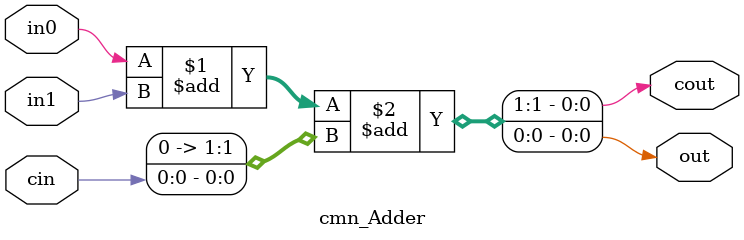
<source format=v>
module cmn_Adder (
	in0,
	in1,
	cin,
	out,
	cout
);
	parameter p_nbits = 1;
	input wire [p_nbits - 1:0] in0;
	input wire [p_nbits - 1:0] in1;
	input wire cin;
	output wire [p_nbits - 1:0] out;
	output wire cout;
	assign {cout, out} = (in0 + in1) + {{p_nbits - 1 {1'b0}}, cin};
endmodule

</source>
